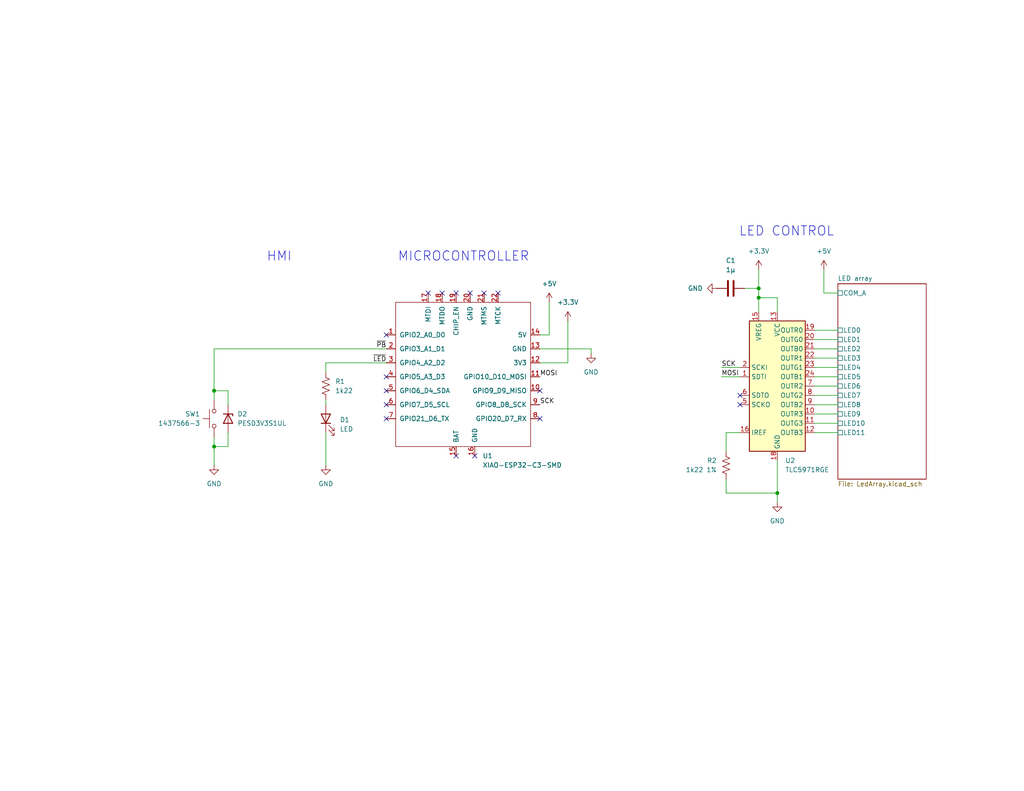
<source format=kicad_sch>
(kicad_sch (version 20250114) (generator "eeschema") (generator_version "9.0")
  (paper "USLetter")
  (title_block (title "Live Laugh Lamp") (date "2025-12-27") (rev "1") (company "Ivan Veloz"))
  (lib_symbols
    (symbol "Device:C" (pin_numbers (hide yes)) (pin_names (offset 0.254))
      (property "Reference" "C" (at 0.635 2.54 0))
      (property "Value" "C" (at 0.635 -2.54 0))
      (symbol "C_0_1"
        (polyline (pts (xy -2.032 0.762) (xy 2.032 0.762)) (stroke (width 0.508)))
        (polyline (pts (xy -2.032 -0.762) (xy 2.032 -0.762)) (stroke (width 0.508)))
      )
      (symbol "C_1_1"
        (pin passive line (at 0 3.81 270) (length 2.794) (name "~") (number "1"))
        (pin passive line (at 0 -3.81 90) (length 2.794) (name "~") (number "2"))
      )
    )
    (symbol "Device:LED" (pin_numbers (hide yes)) (pin_names (offset 1.016) (hide yes))
      (property "Reference" "D" (at 0 2.54 0))
      (property "Value" "LED" (at 0 -2.54 0))
      (symbol "LED_0_1"
        (polyline (pts (xy -3.048 -0.762) (xy -4.572 -2.286) (xy -3.81 -2.286) (xy -4.572 -2.286) (xy -4.572 -1.524)))
        (polyline (pts (xy -1.778 -0.762) (xy -3.302 -2.286) (xy -2.54 -2.286) (xy -3.302 -2.286) (xy -3.302 -1.524)))
        (polyline (pts (xy -1.27 0) (xy 1.27 0)))
        (polyline (pts (xy -1.27 -1.27) (xy -1.27 1.27)) (stroke (width 0.254)))
        (polyline (pts (xy 1.27 -1.27) (xy 1.27 1.27) (xy -1.27 0) (xy 1.27 -1.27)) (stroke (width 0.254)))
      )
      (symbol "LED_1_1"
        (pin passive line (at -3.81 0 0) (length 2.54) (name "K") (number "1"))
        (pin passive line (at 3.81 0 180) (length 2.54) (name "A") (number "2"))
      )
    )
    (symbol "Device:R_US" (pin_numbers (hide yes)) (pin_names (offset 0))
      (property "Reference" "R" (at 2.54 0 90))
      (property "Value" "R_US" (at -2.54 0 90))
      (symbol "R_US_0_1"
        (polyline (pts (xy 0 2.286) (xy 0 2.54)))
        (polyline (pts (xy 0 2.286) (xy 1.016 1.905) (xy 0 1.524) (xy -1.016 1.143) (xy 0 0.762)))
        (polyline (pts (xy 0 0.762) (xy 1.016 0.381) (xy 0 0) (xy -1.016 -0.381) (xy 0 -0.762)))
        (polyline (pts (xy 0 -0.762) (xy 1.016 -1.143) (xy 0 -1.524) (xy -1.016 -1.905) (xy 0 -2.286)))
        (polyline (pts (xy 0 -2.286) (xy 0 -2.54)))
      )
      (symbol "R_US_1_1"
        (pin passive line (at 0 3.81 270) (length 1.27) (name "~") (number "1"))
        (pin passive line (at 0 -3.81 90) (length 1.27) (name "~") (number "2"))
      )
    )
    (symbol "Diode:PESD3V3S1UL" (pin_numbers (hide yes)) (pin_names (hide yes))
      (property "Reference" "D" (at 0 2.54 0))
      (property "Value" "PESD3V3S1UL" (at 0 -2.54 0))
      (symbol "PESD3V3S1UL_0_1"
        (polyline (pts (xy -1.27 -1.27) (xy -1.27 1.27) (xy -0.762 1.27)) (stroke (width 0.254)))
        (polyline (pts (xy 1.27 0) (xy -1.27 0)))
        (polyline (pts (xy 1.27 -1.27) (xy 1.27 1.27) (xy -1.27 0) (xy 1.27 -1.27)) (stroke (width 0.254)))
      )
      (symbol "PESD3V3S1UL_1_1"
        (pin passive line (at -3.81 0 0) (length 2.54) (name "K") (number "1"))
        (pin passive line (at 3.81 0 180) (length 2.54) (name "A") (number "2"))
      )
    )
    (symbol "Driver_LED:TLC5971RGE"
      (property "Reference" "U" (at 1.27 19.05 0))
      (property "Value" "TLC5971RGE" (at 1.27 -19.05 0))
      (symbol "TLC5971RGE_0_1"
        (rectangle (start -7.62 17.78) (end 7.62 -17.78) (stroke (width 0.254)) (fill (type background)))
        (pin input line (at -10.16 5.08 0) (length 2.54) (name "SCKI") (number "2"))
        (pin input line (at -10.16 2.54 0) (length 2.54) (name "SDTI") (number "1"))
        (pin output line (at -10.16 -2.54 0) (length 2.54) (name "SDTO") (number "6"))
        (pin no_connect line (at -7.62 10.16 0) (length 2.54) (hide yes) (name "NC") (number "3"))
        (pin no_connect line (at -7.62 7.62 0) (length 2.54) (hide yes) (name "NC") (number "4"))
        (pin no_connect line (at -7.62 -7.62 0) (length 2.54) (hide yes) (name "NC") (number "14"))
        (pin no_connect line (at -7.62 -10.16 0) (length 2.54) (hide yes) (name "NC") (number "17"))
        (pin power_in line (at 0 20.32 270) (length 2.54) (name "VCC") (number "13"))
        (pin power_in line (at 0 -20.32 90) (length 2.54) (name "GND") (number "18"))
        (pin passive line (at 0 -20.32 90) (length 2.54) (hide yes) (name "GND") (number "25"))
        (pin open_collector line (at 10.16 15.24 180) (length 2.54) (name "OUTR0") (number "19"))
        (pin open_collector line (at 10.16 12.7 180) (length 2.54) (name "OUTG0") (number "20"))
        (pin open_collector line (at 10.16 10.16 180) (length 2.54) (name "OUTB0") (number "21"))
        (pin open_collector line (at 10.16 7.62 180) (length 2.54) (name "OUTR1") (number "22"))
        (pin open_collector line (at 10.16 5.08 180) (length 2.54) (name "OUTG1") (number "23"))
        (pin open_collector line (at 10.16 2.54 180) (length 2.54) (name "OUTB1") (number "24"))
        (pin open_collector line (at 10.16 0 180) (length 2.54) (name "OUTR2") (number "7"))
        (pin open_collector line (at 10.16 -2.54 180) (length 2.54) (name "OUTG2") (number "8"))
        (pin open_collector line (at 10.16 -5.08 180) (length 2.54) (name "OUTB2") (number "9"))
        (pin open_collector line (at 10.16 -7.62 180) (length 2.54) (name "OUTR3") (number "10"))
        (pin open_collector line (at 10.16 -10.16 180) (length 2.54) (name "OUTG3") (number "11"))
        (pin open_collector line (at 10.16 -12.7 180) (length 2.54) (name "OUTB3") (number "12"))
      )
      (symbol "TLC5971RGE_1_1"
        (pin output line (at -10.16 -5.08 0) (length 2.54) (name "SCKO") (number "5"))
        (pin passive line (at -10.16 -12.7 0) (length 2.54) (name "IREF") (number "16"))
        (pin passive line (at -5.08 20.32 270) (length 2.54) (name "VREG") (number "15"))
      )
    )
    (symbol "LibIvanVeloz:XIAO-ESP32-C3-SMD" (pin_names (offset 1.016))
      (property "Reference" "U" (at -18.542 23.114 0))
      (property "Value" "XIAO-ESP32-C3-SMD" (at -8.382 21.336 0))
      (symbol "XIAO-ESP32-C3-SMD_0_1"
        (rectangle (start -19.05 20.32) (end 17.78 -19.05))
      )
      (symbol "XIAO-ESP32-C3-SMD_1_1"
        (pin passive line (at -21.59 11.43 0) (length 2.54) (name "GPIO2_A0_D0") (number "1"))
        (pin passive line (at -21.59 7.62 0) (length 2.54) (name "GPIO3_A1_D1") (number "2"))
        (pin passive line (at -21.59 3.81 0) (length 2.54) (name "GPIO4_A2_D2") (number "3"))
        (pin passive line (at -21.59 0 0) (length 2.54) (name "GPIO5_A3_D3") (number "4"))
        (pin passive line (at -21.59 -3.81 0) (length 2.54) (name "GPIO6_D4_SDA") (number "5"))
        (pin passive line (at -21.59 -7.62 0) (length 2.54) (name "GPIO7_D5_SCL") (number "6"))
        (pin passive line (at -21.59 -11.43 0) (length 2.54) (name "GPIO21_D6_TX") (number "7"))
        (pin passive line (at -10.16 22.86 270) (length 2.54) (name "MTDI") (number "17"))
        (pin passive line (at -6.35 22.86 270) (length 2.54) (name "MTDO") (number "18"))
        (pin passive line (at -2.54 22.86 270) (length 2.54) (name "CHIP_EN") (number "19"))
        (pin passive line (at -2.54 -21.59 90) (length 2.54) (name "BAT") (number "15"))
        (pin passive line (at 1.27 22.86 270) (length 2.54) (name "GND") (number "20"))
        (pin passive line (at 2.54 -21.59 90) (length 2.54) (name "GND") (number "16"))
        (pin passive line (at 5.08 22.86 270) (length 2.54) (name "MTMS") (number "21"))
        (pin passive line (at 8.89 22.86 270) (length 2.54) (name "MTCK") (number "22"))
        (pin passive line (at 20.32 11.43 180) (length 2.54) (name "5V") (number "14"))
        (pin passive line (at 20.32 7.62 180) (length 2.54) (name "GND") (number "13"))
        (pin passive line (at 20.32 3.81 180) (length 2.54) (name "3V3") (number "12"))
        (pin passive line (at 20.32 0 180) (length 2.54) (name "GPIO10_D10_MOSI") (number "11"))
        (pin passive line (at 20.32 -3.81 180) (length 2.54) (name "GPIO9_D9_MISO") (number "10"))
        (pin passive line (at 20.32 -7.62 180) (length 2.54) (name "GPIO8_D8_SCK") (number "9"))
        (pin passive line (at 20.32 -11.43 180) (length 2.54) (name "GPIO20_D7_RX") (number "8"))
      )
    )
    (symbol "Switch:SW_Push" (pin_numbers (hide yes)) (pin_names (offset 1.016) (hide yes))
      (property "Reference" "SW" (at 1.27 2.54 0))
      (property "Value" "SW_Push" (at 0 -1.524 0))
      (symbol "SW_Push_0_1"
        (circle (center -2.032 0) (radius 0.508))
        (polyline (pts (xy 0 1.27) (xy 0 3.048)))
        (circle (center 2.032 0) (radius 0.508))
        (polyline (pts (xy 2.54 1.27) (xy -2.54 1.27)))
        (pin passive line (at -5.08 0 0) (length 2.54) (name "1") (number "1"))
        (pin passive line (at 5.08 0 180) (length 2.54) (name "2") (number "2"))
      )
    )
    (symbol "power:+3.3V" (power) (pin_numbers (hide yes)) (pin_names (offset 0) (hide yes))
      (property "Value" "+3.3V" (at 0 3.556 0))
      (symbol "+3.3V_0_1"
        (polyline (pts (xy -0.762 1.27) (xy 0 2.54)))
        (polyline (pts (xy 0 2.54) (xy 0.762 1.27)))
        (polyline (pts (xy 0 0) (xy 0 2.54)))
      )
      (symbol "+3.3V_1_1"
        (pin power_in line (at 0 0 90) (length 0) (name "~") (number "1"))
      )
    )
    (symbol "power:+5V" (power) (pin_numbers (hide yes)) (pin_names (offset 0) (hide yes))
      (property "Value" "+5V" (at 0 3.556 0))
      (symbol "+5V_0_1"
        (polyline (pts (xy -0.762 1.27) (xy 0 2.54)))
        (polyline (pts (xy 0 2.54) (xy 0.762 1.27)))
        (polyline (pts (xy 0 0) (xy 0 2.54)))
      )
      (symbol "+5V_1_1"
        (pin power_in line (at 0 0 90) (length 0) (name "~") (number "1"))
      )
    )
    (symbol "power:GND" (power) (pin_numbers (hide yes)) (pin_names (offset 0) (hide yes))
      (property "Value" "GND" (at 0 -3.81 0))
      (symbol "GND_0_1"
        (polyline (pts (xy 0 0) (xy 0 -1.27) (xy 1.27 -1.27) (xy 0 -2.54) (xy -1.27 -1.27) (xy 0 -1.27)))
      )
      (symbol "GND_1_1"
        (pin power_in line (at 0 0 270) (length 0) (name "~") (number "1"))
      )
    )
  )
  (text "HMI" (at 76.2 70.104 0) (effects (font (size 2.54 2.54))))
  (text "MICROCONTROLLER" (at 126.492 70.104 0) (effects (font (size 2.54 2.54))))
  (text "LED CONTROL" (at 214.63 63.246 0) (effects (font (size 2.54 2.54))))
  (junction (at 207.01 81.28))
  (junction (at 58.42 106.68))
  (junction (at 212.09 134.62))
  (junction (at 58.42 121.92))
  (junction (at 207.01 78.74))
  (no_connect (at 147.32 114.3))
  (no_connect (at 201.93 110.49))
  (no_connect (at 105.41 114.3))
  (no_connect (at 132.08 80.01))
  (no_connect (at 105.41 91.44))
  (no_connect (at 128.27 80.01))
  (no_connect (at 105.41 110.49))
  (no_connect (at 201.93 107.95))
  (no_connect (at 120.65 80.01))
  (no_connect (at 105.41 102.87))
  (no_connect (at 124.46 80.01))
  (no_connect (at 116.84 80.01))
  (no_connect (at 105.41 106.68))
  (no_connect (at 129.54 124.46))
  (no_connect (at 135.89 80.01))
  (no_connect (at 124.46 124.46))
  (no_connect (at 147.32 106.68))
  (wire (pts (xy 224.79 73.66) (xy 224.79 80.01)))
  (wire (pts (xy 88.9 109.22) (xy 88.9 110.49)))
  (wire (pts (xy 154.94 99.06) (xy 154.94 87.63)))
  (wire (pts (xy 222.25 113.03) (xy 228.6 113.03)))
  (wire (pts (xy 212.09 125.73) (xy 212.09 134.62)))
  (wire (pts (xy 207.01 78.74) (xy 207.01 81.28)))
  (wire (pts (xy 161.29 95.25) (xy 147.32 95.25)))
  (wire (pts (xy 222.25 115.57) (xy 228.6 115.57)))
  (wire (pts (xy 149.86 91.44) (xy 149.86 82.55)))
  (wire (pts (xy 58.42 106.68) (xy 58.42 109.22)))
  (wire (pts (xy 58.42 119.38) (xy 58.42 121.92)))
  (wire (pts (xy 222.25 100.33) (xy 228.6 100.33)))
  (wire (pts (xy 58.42 95.25) (xy 58.42 106.68)))
  (wire (pts (xy 147.32 99.06) (xy 154.94 99.06)))
  (wire (pts (xy 198.12 130.81) (xy 198.12 134.62)))
  (wire (pts (xy 62.23 121.92) (xy 58.42 121.92)))
  (wire (pts (xy 212.09 134.62) (xy 212.09 137.16)))
  (wire (pts (xy 222.25 97.79) (xy 228.6 97.79)))
  (wire (pts (xy 222.25 95.25) (xy 228.6 95.25)))
  (wire (pts (xy 58.42 95.25) (xy 105.41 95.25)))
  (wire (pts (xy 88.9 127) (xy 88.9 118.11)))
  (wire (pts (xy 207.01 73.66) (xy 207.01 78.74)))
  (wire (pts (xy 201.93 118.11) (xy 198.12 118.11)))
  (wire (pts (xy 105.41 99.06) (xy 88.9 99.06)))
  (wire (pts (xy 212.09 85.09) (xy 212.09 81.28)))
  (wire (pts (xy 161.29 96.52) (xy 161.29 95.25)))
  (wire (pts (xy 224.79 80.01) (xy 228.6 80.01)))
  (wire (pts (xy 222.25 105.41) (xy 228.6 105.41)))
  (wire (pts (xy 198.12 134.62) (xy 212.09 134.62)))
  (wire (pts (xy 196.85 102.87) (xy 201.93 102.87)))
  (wire (pts (xy 222.25 118.11) (xy 228.6 118.11)))
  (wire (pts (xy 196.85 100.33) (xy 201.93 100.33)))
  (wire (pts (xy 88.9 99.06) (xy 88.9 101.6)))
  (wire (pts (xy 58.42 121.92) (xy 58.42 127)))
  (wire (pts (xy 203.2 78.74) (xy 207.01 78.74)))
  (wire (pts (xy 222.25 92.71) (xy 228.6 92.71)))
  (wire (pts (xy 62.23 110.49) (xy 62.23 106.68)))
  (wire (pts (xy 198.12 118.11) (xy 198.12 123.19)))
  (wire (pts (xy 222.25 90.17) (xy 228.6 90.17)))
  (wire (pts (xy 207.01 81.28) (xy 207.01 85.09)))
  (wire (pts (xy 62.23 118.11) (xy 62.23 121.92)))
  (wire (pts (xy 222.25 110.49) (xy 228.6 110.49)))
  (wire (pts (xy 222.25 107.95) (xy 228.6 107.95)))
  (wire (pts (xy 212.09 81.28) (xy 207.01 81.28)))
  (wire (pts (xy 147.32 91.44) (xy 149.86 91.44)))
  (wire (pts (xy 62.23 106.68) (xy 58.42 106.68)))
  (wire (pts (xy 222.25 102.87) (xy 228.6 102.87)))
  (label "SCK" (at 196.85 100.33 0))
  (label "~{PB}" (at 105.41 95.25 180))
  (label "MOSI" (at 196.85 102.87 0))
  (label "MOSI" (at 147.32 102.87 0))
  (label "~{LED}" (at 105.41 99.06 180))
  (label "SCK" (at 147.32 110.49 0))
  (symbol (lib_id "Device:R_US") (at 88.9 105.41 0) (unit 1)
    (property "Reference" "R1" (at 91.44 104.1399 0) (effects (justify left)))
    (property "Value" "1k22" (at 91.44 106.6799 0) (effects (justify left)))
    (property "Footprint" "Resistor_SMD:R_0402_1005Metric" (effects (hide yes)))
    (property "Description" "Resistor, US symbol" (effects (hide yes)))
  )
  (symbol (lib_id "power:GND") (at 161.29 96.52 0) (unit 1)
    (property "Reference" "#PWR03" (effects (hide yes)))
    (property "Value" "GND" (at 161.29 101.6 0))
    (property "Description" "Power symbol creates a global label with name \"GND\" , ground" (effects (hide yes)))
  )
  (symbol (lib_id "Switch:SW_Push") (at 58.42 114.3 90) (mirror x) (unit 1)
    (property "Reference" "SW1" (at 54.61 113.0299 90) (effects (justify left)))
    (property "Value" "1437566-3" (at 54.61 115.5699 90) (effects (justify left)))
    (property "Footprint" "Button_Switch_SMD:SW_SPST_B3U-3000P-B" (effects (hide yes)))
    (property "Description" "Push button switch, generic, two pins" (effects (hide yes)))
  )
  (symbol (lib_id "power:+5V") (at 149.86 82.55 0) (unit 1)
    (property "Reference" "#PWR02" (effects (hide yes)))
    (property "Value" "+5V" (at 149.86 77.47 0))
    (property "Description" "Power symbol creates a global label with name \"+5V\"" (effects (hide yes)))
  )
  (symbol (lib_id "power:GND") (at 212.09 137.16 0) (unit 1)
    (property "Reference" "#PWR05" (effects (hide yes)))
    (property "Value" "GND" (at 212.09 142.24 0))
    (property "Description" "Power symbol creates a global label with name \"GND\" , ground" (effects (hide yes)))
  )
  (symbol (lib_id "Device:R_US") (at 198.12 127 0) (unit 1)
    (property "Reference" "R2" (at 195.58 125.7299 0) (effects (justify right)))
    (property "Value" "1k22 1%" (at 195.58 128.2699 0) (effects (justify right)))
    (property "Footprint" "Resistor_SMD:R_0402_1005Metric" (effects (hide yes)))
    (property "Description" "Resistor, US symbol" (effects (hide yes)))
  )
  (symbol (lib_id "Diode:PESD3V3S1UL") (at 62.23 114.3 270) (unit 1)
    (property "Reference" "D2" (at 64.77 113.0299 90) (effects (justify left)))
    (property "Value" "PESD3V3S1UL" (at 64.77 115.5699 90) (effects (justify left)))
    (property "Footprint" "Diode_SMD:D_SOD-882" (effects (hide yes)))
    (property "Datasheet" "https://assets.nexperia.com/documents/data-sheet/PESD3V3S1UL.pdf" (effects (hide yes)))
    (property "Description" "Unidirectional ESD protection diode, 3.3V, SOD-882" (effects (hide yes)))
  )
  (symbol (lib_id "power:GND") (at 88.9 127 0) (unit 1)
    (property "Reference" "#PWR013" (effects (hide yes)))
    (property "Value" "GND" (at 88.9 132.08 0))
    (property "Description" "Power symbol creates a global label with name \"GND\" , ground" (effects (hide yes)))
  )
  (symbol (lib_id "Device:C") (at 199.39 78.74 90) (unit 1)
    (property "Reference" "C1" (at 199.39 71.12 90))
    (property "Value" "1µ" (at 199.39 73.66 90))
    (property "Footprint" "Capacitor_SMD:C_0402_1005Metric" (effects (hide yes)))
    (property "Description" "Unpolarized capacitor" (effects (hide yes)))
  )
  (symbol (lib_id "power:GND") (at 195.58 78.74 270) (unit 1)
    (property "Reference" "#PWR07" (effects (hide yes)))
    (property "Value" "GND" (at 191.77 78.7399 90) (effects (justify right)))
    (property "Description" "Power symbol creates a global label with name \"GND\" , ground" (effects (hide yes)))
  )
  (symbol (lib_id "power:+3.3V") (at 154.94 87.63 0) (unit 1)
    (property "Reference" "#PWR01" (effects (hide yes)))
    (property "Value" "+3.3V" (at 154.94 82.55 0))
    (property "Description" "Power symbol creates a global label with name \"+3.3V\"" (effects (hide yes)))
  )
  (symbol (lib_id "power:+3.3V") (at 207.01 73.66 0) (unit 1)
    (property "Reference" "#PWR04" (effects (hide yes)))
    (property "Value" "+3.3V" (at 207.01 68.58 0))
    (property "Description" "Power symbol creates a global label with name \"+3.3V\"" (effects (hide yes)))
  )
  (symbol (lib_id "Device:LED") (at 88.9 114.3 90) (unit 1)
    (property "Reference" "D1" (at 92.71 114.6174 90) (effects (justify right)))
    (property "Value" "LED" (at 92.71 117.1574 90) (effects (justify right)))
    (property "Footprint" "LED_SMD:LED_0603_1608Metric" (effects (hide yes)))
    (property "Description" "Light emitting diode" (effects (hide yes)))
    (property "Sim.Pins" "1=K 2=A" (effects (hide yes)))
  )
  (symbol (lib_id "Driver_LED:TLC5971RGE") (at 212.09 105.41 0) (unit 1)
    (property "Reference" "U2" (at 214.2333 125.73 0) (effects (justify left)))
    (property "Value" "TLC5971RGE" (at 214.2333 128.27 0) (effects (justify left)))
    (property "Footprint" "Package_DFN_QFN:Texas_RGE0024H_VQFN-24-1EP_4x4mm_P0.5mm_EP2.7x2.7mm_ThermalVias" (effects (hide yes)))
    (property "Datasheet" "http://www.ti.com/lit/ds/symlink/tlc5971.pdf" (effects (hide yes)))
    (property "Description" "12-Channel, 16-Bit, Enhanced Spectrum, PWM, RGB, LED Driver With 3.3-V Linear Regulator, VQFN-24" (effects (hide yes)))
  )
  (symbol (lib_id "power:GND") (at 58.42 127 0) (unit 1)
    (property "Reference" "#PWR021" (effects (hide yes)))
    (property "Value" "GND" (at 58.42 132.08 0))
    (property "Description" "Power symbol creates a global label with name \"GND\" , ground" (effects (hide yes)))
  )
  (symbol (lib_id "power:+5V") (at 224.79 73.66 0) (unit 1)
    (property "Reference" "#PWR08" (effects (hide yes)))
    (property "Value" "+5V" (at 224.79 68.58 0))
    (property "Description" "Power symbol creates a global label with name \"+5V\"" (effects (hide yes)))
  )
  (symbol (lib_id "LibIvanVeloz:XIAO-ESP32-C3-SMD") (at 127 102.87 0) (unit 1)
    (property "Reference" "U1" (at 131.6833 124.46 0) (effects (justify left)))
    (property "Value" "XIAO-ESP32-C3-SMD" (at 131.6833 127 0) (effects (justify left)))
    (property "Footprint" "LibIvanVeloz:XIAO-ESP32C3-SMD" (effects (hide yes)))
  )
  (sheet (at 228.6 77.47) (size 24.13 53.34) (stroke (width 0.1524))
    (property "Sheetname" "LED array" (at 228.6 76.7584 0) (effects (justify left bottom)))
    (property "Sheetfile" "LedArray.kicad_sch" (at 228.6 131.3946 0) (effects (justify left top)))
    (pin "LED2" passive (at 228.6 95.25 180))
    (pin "LED11" passive (at 228.6 118.11 180))
    (pin "LED4" passive (at 228.6 100.33 180))
    (pin "LED8" passive (at 228.6 110.49 180))
    (pin "LED6" passive (at 228.6 105.41 180))
    (pin "LED5" passive (at 228.6 102.87 180))
    (pin "LED3" passive (at 228.6 97.79 180))
    (pin "LED9" passive (at 228.6 113.03 180))
    (pin "COM_A" passive (at 228.6 80.01 180))
    (pin "LED7" passive (at 228.6 107.95 180))
    (pin "LED1" passive (at 228.6 92.71 180))
    (pin "LED10" passive (at 228.6 115.57 180))
    (pin "LED0" passive (at 228.6 90.17 180))
  )
)
</source>
